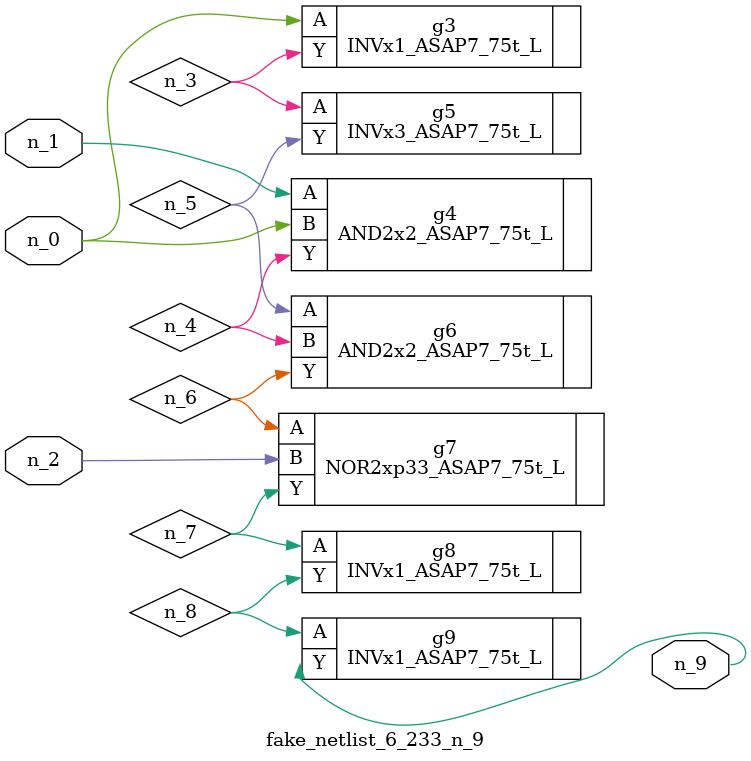
<source format=v>
module fake_netlist_6_233_n_9 (n_1, n_0, n_2, n_9);

input n_1;
input n_0;
input n_2;

output n_9;

wire n_7;
wire n_6;
wire n_4;
wire n_5;
wire n_3;
wire n_8;

INVx1_ASAP7_75t_L g3 ( 
.A(n_0),
.Y(n_3)
);

AND2x2_ASAP7_75t_L g4 ( 
.A(n_1),
.B(n_0),
.Y(n_4)
);

INVx3_ASAP7_75t_L g5 ( 
.A(n_3),
.Y(n_5)
);

AND2x2_ASAP7_75t_L g6 ( 
.A(n_5),
.B(n_4),
.Y(n_6)
);

NOR2xp33_ASAP7_75t_L g7 ( 
.A(n_6),
.B(n_2),
.Y(n_7)
);

INVx1_ASAP7_75t_L g8 ( 
.A(n_7),
.Y(n_8)
);

INVx1_ASAP7_75t_L g9 ( 
.A(n_8),
.Y(n_9)
);


endmodule
</source>
